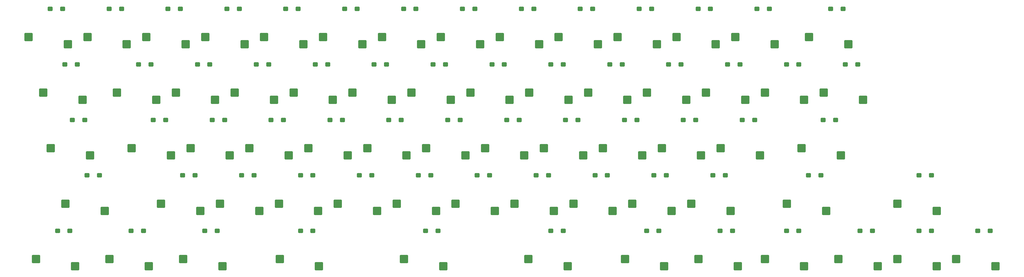
<source format=gbr>
%TF.GenerationSoftware,KiCad,Pcbnew,(7.0.0-0)*%
%TF.CreationDate,2023-02-20T18:35:34-08:00*%
%TF.ProjectId,mt-choc,6d742d63-686f-4632-9e6b-696361645f70,v1.0*%
%TF.SameCoordinates,Original*%
%TF.FileFunction,Paste,Bot*%
%TF.FilePolarity,Positive*%
%FSLAX46Y46*%
G04 Gerber Fmt 4.6, Leading zero omitted, Abs format (unit mm)*
G04 Created by KiCad (PCBNEW (7.0.0-0)) date 2023-02-20 18:35:34*
%MOMM*%
%LPD*%
G01*
G04 APERTURE LIST*
G04 Aperture macros list*
%AMRoundRect*
0 Rectangle with rounded corners*
0 $1 Rounding radius*
0 $2 $3 $4 $5 $6 $7 $8 $9 X,Y pos of 4 corners*
0 Add a 4 corners polygon primitive as box body*
4,1,4,$2,$3,$4,$5,$6,$7,$8,$9,$2,$3,0*
0 Add four circle primitives for the rounded corners*
1,1,$1+$1,$2,$3*
1,1,$1+$1,$4,$5*
1,1,$1+$1,$6,$7*
1,1,$1+$1,$8,$9*
0 Add four rect primitives between the rounded corners*
20,1,$1+$1,$2,$3,$4,$5,0*
20,1,$1+$1,$4,$5,$6,$7,0*
20,1,$1+$1,$6,$7,$8,$9,0*
20,1,$1+$1,$8,$9,$2,$3,0*%
G04 Aperture macros list end*
%ADD10RoundRect,0.350000X-0.450000X-0.350000X0.450000X-0.350000X0.450000X0.350000X-0.450000X0.350000X0*%
%ADD11RoundRect,0.350000X0.450000X0.350000X-0.450000X0.350000X-0.450000X-0.350000X0.450000X-0.350000X0*%
%ADD12RoundRect,0.250000X-1.025000X-1.000000X1.025000X-1.000000X1.025000X1.000000X-1.025000X1.000000X0*%
G04 APERTURE END LIST*
D10*
%TO.C,D25*%
X158900000Y-85041665D03*
D11*
X155100000Y-85041665D03*
%TD*%
D10*
%TO.C,D12*%
X113900000Y-102041657D03*
D11*
X110100000Y-102041657D03*
%TD*%
D10*
%TO.C,D38*%
X217400000Y-136041641D03*
D11*
X213600000Y-136041641D03*
%TD*%
D12*
%TO.C,SW10*%
X83250000Y-161700000D03*
X95250000Y-163900000D03*
%TD*%
D10*
%TO.C,D1*%
X68900000Y-85041665D03*
D11*
X65100000Y-85041665D03*
%TD*%
D12*
%TO.C,SW39*%
X216000000Y-127700000D03*
X228000000Y-129900000D03*
%TD*%
%TO.C,SW33*%
X184500000Y-93700000D03*
X196500000Y-95900000D03*
%TD*%
%TO.C,SW40*%
X225000000Y-144700000D03*
X237000000Y-146900000D03*
%TD*%
D10*
%TO.C,D50*%
X257900000Y-102041657D03*
D11*
X254100000Y-102041657D03*
%TD*%
D10*
%TO.C,D11*%
X104900000Y-85041665D03*
D11*
X101100000Y-85041665D03*
%TD*%
D12*
%TO.C,SW56*%
X306000000Y-161700000D03*
X318000000Y-163900000D03*
%TD*%
%TO.C,SW18*%
X126000000Y-127700000D03*
X138000000Y-129900000D03*
%TD*%
%TO.C,SW44*%
X234000000Y-127700000D03*
X246000000Y-129900000D03*
%TD*%
D10*
%TO.C,D18*%
X136400000Y-119041649D03*
D11*
X132600000Y-119041649D03*
%TD*%
D10*
%TO.C,D9*%
X109400000Y-136041641D03*
D11*
X105600000Y-136041641D03*
%TD*%
D10*
%TO.C,D55*%
X275900000Y-102041657D03*
D11*
X272100000Y-102041657D03*
%TD*%
D10*
%TO.C,D61*%
X305150000Y-119041649D03*
D11*
X301350000Y-119041649D03*
%TD*%
D10*
%TO.C,D63*%
X334400000Y-153041633D03*
D11*
X330600000Y-153041633D03*
%TD*%
D12*
%TO.C,SW36*%
X207000000Y-144700000D03*
X219000000Y-146900000D03*
%TD*%
D10*
%TO.C,D40*%
X221900000Y-102041657D03*
D11*
X218100000Y-102041657D03*
%TD*%
D12*
%TO.C,SW63*%
X301500000Y-110700000D03*
X313500000Y-112900000D03*
%TD*%
%TO.C,SW25*%
X148500000Y-93700000D03*
X160500000Y-95900000D03*
%TD*%
%TO.C,SW16*%
X112500000Y-93700000D03*
X124500000Y-95900000D03*
%TD*%
D10*
%TO.C,D3*%
X75650000Y-119041649D03*
D11*
X71850000Y-119041649D03*
%TD*%
D10*
%TO.C,D14*%
X127400000Y-136041641D03*
D11*
X123600000Y-136041641D03*
%TD*%
D10*
%TO.C,D28*%
X181400000Y-136041641D03*
D11*
X177600000Y-136041641D03*
%TD*%
D10*
%TO.C,D7*%
X95900000Y-102041657D03*
D11*
X92100000Y-102041657D03*
%TD*%
D12*
%TO.C,SW41*%
X240750000Y-161700000D03*
X252750000Y-163900000D03*
%TD*%
D10*
%TO.C,D47*%
X253400000Y-136041641D03*
D11*
X249600000Y-136041641D03*
%TD*%
D10*
%TO.C,D57*%
X300650000Y-136041641D03*
D11*
X296850000Y-136041641D03*
%TD*%
D12*
%TO.C,SW38*%
X211500000Y-110700000D03*
X223500000Y-112900000D03*
%TD*%
%TO.C,SW62*%
X297000000Y-93700000D03*
X309000000Y-95900000D03*
%TD*%
%TO.C,SW26*%
X157500000Y-110700000D03*
X169500000Y-112900000D03*
%TD*%
%TO.C,SW48*%
X247500000Y-110700000D03*
X259500000Y-112900000D03*
%TD*%
D10*
%TO.C,D62*%
X334400000Y-136041641D03*
D11*
X330600000Y-136041641D03*
%TD*%
D10*
%TO.C,D16*%
X122900000Y-85041665D03*
D11*
X119100000Y-85041665D03*
%TD*%
D12*
%TO.C,SW11*%
X94500000Y-93700000D03*
X106500000Y-95900000D03*
%TD*%
D10*
%TO.C,D19*%
X145400000Y-136041641D03*
D11*
X141600000Y-136041641D03*
%TD*%
D10*
%TO.C,D42*%
X235400000Y-136041641D03*
D11*
X231600000Y-136041641D03*
%TD*%
D10*
%TO.C,D24*%
X145400000Y-153041633D03*
D11*
X141600000Y-153041633D03*
%TD*%
D10*
%TO.C,D44*%
X230900000Y-85041665D03*
D11*
X227100000Y-85041665D03*
%TD*%
D12*
%TO.C,SW21*%
X139500000Y-110700000D03*
X151500000Y-112900000D03*
%TD*%
%TO.C,SW54*%
X270000000Y-127700000D03*
X282000000Y-129900000D03*
%TD*%
D10*
%TO.C,D45*%
X239900000Y-102041657D03*
D11*
X236100000Y-102041657D03*
%TD*%
D12*
%TO.C,SW57*%
X274500000Y-93700000D03*
X286500000Y-95900000D03*
%TD*%
D10*
%TO.C,D29*%
X183650000Y-153041633D03*
D11*
X179850000Y-153041633D03*
%TD*%
D10*
%TO.C,D51*%
X262400000Y-119041649D03*
D11*
X258600000Y-119041649D03*
%TD*%
D12*
%TO.C,SW24*%
X135250000Y-161700000D03*
X147250000Y-163900000D03*
X173250000Y-161700000D03*
X185250000Y-163900000D03*
X211250000Y-161700000D03*
X223250000Y-163900000D03*
%TD*%
D10*
%TO.C,D21*%
X149900000Y-102041657D03*
D11*
X146100000Y-102041657D03*
%TD*%
D10*
%TO.C,D58*%
X316400000Y-153041633D03*
D11*
X312600000Y-153041633D03*
%TD*%
D10*
%TO.C,D60*%
X293900000Y-102041657D03*
D11*
X290100000Y-102041657D03*
%TD*%
D12*
%TO.C,SW8*%
X90000000Y-127700000D03*
X102000000Y-129900000D03*
%TD*%
%TO.C,SW3*%
X65250000Y-127700000D03*
X77250000Y-129900000D03*
%TD*%
D10*
%TO.C,D41*%
X226400000Y-119041649D03*
D11*
X222600000Y-119041649D03*
%TD*%
D10*
%TO.C,D31*%
X176900000Y-85041665D03*
D11*
X173100000Y-85041665D03*
%TD*%
D12*
%TO.C,SW35*%
X198000000Y-127700000D03*
X210000000Y-129900000D03*
%TD*%
D10*
%TO.C,D39*%
X212900000Y-85041665D03*
D11*
X209100000Y-85041665D03*
%TD*%
D12*
%TO.C,SW9*%
X99000000Y-144700000D03*
X111000000Y-146900000D03*
%TD*%
D10*
%TO.C,D52*%
X271400000Y-136041641D03*
D11*
X267600000Y-136041641D03*
%TD*%
D12*
%TO.C,SW15*%
X105750000Y-161700000D03*
X117750000Y-163900000D03*
%TD*%
%TO.C,SW4*%
X69750000Y-144700000D03*
X81750000Y-146900000D03*
%TD*%
D10*
%TO.C,D26*%
X167900000Y-102041657D03*
D11*
X164100000Y-102041657D03*
%TD*%
D10*
%TO.C,D10*%
X93650000Y-153041633D03*
D11*
X89850000Y-153041633D03*
%TD*%
D12*
%TO.C,SW49*%
X252000000Y-127700000D03*
X264000000Y-129900000D03*
%TD*%
D10*
%TO.C,D49*%
X248900000Y-85041665D03*
D11*
X245100000Y-85041665D03*
%TD*%
D12*
%TO.C,SW42*%
X220500000Y-93700000D03*
X232500000Y-95900000D03*
%TD*%
D10*
%TO.C,D33*%
X190400000Y-119041649D03*
D11*
X186600000Y-119041649D03*
%TD*%
D12*
%TO.C,SW53*%
X265500000Y-110700000D03*
X277500000Y-112900000D03*
%TD*%
D10*
%TO.C,D30*%
X221900000Y-153041633D03*
D11*
X218100000Y-153041633D03*
%TD*%
D10*
%TO.C,D37*%
X208400000Y-119041649D03*
D11*
X204600000Y-119041649D03*
%TD*%
D12*
%TO.C,SW1*%
X58500000Y-93700000D03*
X70500000Y-95900000D03*
%TD*%
%TO.C,SW43*%
X229500000Y-110700000D03*
X241500000Y-112900000D03*
%TD*%
D10*
%TO.C,D20*%
X140900000Y-85041665D03*
D11*
X137100000Y-85041665D03*
%TD*%
D12*
%TO.C,SW58*%
X283500000Y-110700000D03*
X295500000Y-112900000D03*
%TD*%
D10*
%TO.C,D48*%
X273650000Y-153041633D03*
D11*
X269850000Y-153041633D03*
%TD*%
D10*
%TO.C,D36*%
X203900000Y-102041657D03*
D11*
X200100000Y-102041657D03*
%TD*%
D12*
%TO.C,SW59*%
X294750000Y-127700000D03*
X306750000Y-129900000D03*
%TD*%
%TO.C,SW29*%
X166500000Y-93700000D03*
X178500000Y-95900000D03*
%TD*%
D10*
%TO.C,D6*%
X86900000Y-85041665D03*
D11*
X83100000Y-85041665D03*
%TD*%
D12*
%TO.C,SW7*%
X85500000Y-110700000D03*
X97500000Y-112900000D03*
%TD*%
%TO.C,SW34*%
X193500000Y-110700000D03*
X205500000Y-112900000D03*
%TD*%
%TO.C,SW22*%
X144000000Y-127700000D03*
X156000000Y-129900000D03*
%TD*%
D10*
%TO.C,D43*%
X251150000Y-153041633D03*
D11*
X247350000Y-153041633D03*
%TD*%
D12*
%TO.C,SW6*%
X76500000Y-93700000D03*
X88500000Y-95900000D03*
%TD*%
%TO.C,SW30*%
X175500000Y-110700000D03*
X187500000Y-112900000D03*
%TD*%
%TO.C,SW37*%
X202500000Y-93700000D03*
X214500000Y-95900000D03*
%TD*%
%TO.C,SW61*%
X324000000Y-161700000D03*
X336000000Y-163900000D03*
%TD*%
%TO.C,SW23*%
X153000000Y-144700000D03*
X165000000Y-146900000D03*
%TD*%
%TO.C,SW31*%
X180000000Y-127700000D03*
X192000000Y-129900000D03*
%TD*%
%TO.C,SW46*%
X263250000Y-161700000D03*
X275250000Y-163900000D03*
%TD*%
D10*
%TO.C,D64*%
X307400000Y-85041665D03*
D11*
X303600000Y-85041665D03*
%TD*%
D10*
%TO.C,D66*%
X352400000Y-153041633D03*
D11*
X348600000Y-153041633D03*
%TD*%
D12*
%TO.C,SW14*%
X117000000Y-144700000D03*
X129000000Y-146900000D03*
%TD*%
D10*
%TO.C,D54*%
X266900000Y-85041665D03*
D11*
X263100000Y-85041665D03*
%TD*%
D10*
%TO.C,D46*%
X244400000Y-119041649D03*
D11*
X240600000Y-119041649D03*
%TD*%
D12*
%TO.C,SW50*%
X261000000Y-144700000D03*
X273000000Y-146900000D03*
%TD*%
D10*
%TO.C,D5*%
X71150000Y-153041633D03*
D11*
X67350000Y-153041633D03*
%TD*%
D12*
%TO.C,SW27*%
X162000000Y-127700000D03*
X174000000Y-129900000D03*
%TD*%
%TO.C,SW13*%
X108000000Y-127700000D03*
X120000000Y-129900000D03*
%TD*%
%TO.C,SW17*%
X121500000Y-110700000D03*
X133500000Y-112900000D03*
%TD*%
%TO.C,SW45*%
X243000000Y-144700000D03*
X255000000Y-146900000D03*
%TD*%
D10*
%TO.C,D22*%
X154400000Y-119041649D03*
D11*
X150600000Y-119041649D03*
%TD*%
D10*
%TO.C,D65*%
X311900000Y-102041657D03*
D11*
X308100000Y-102041657D03*
%TD*%
D10*
%TO.C,D4*%
X80150000Y-136041641D03*
D11*
X76350000Y-136041641D03*
%TD*%
D10*
%TO.C,D15*%
X116150000Y-153041633D03*
D11*
X112350000Y-153041633D03*
%TD*%
D12*
%TO.C,SW2*%
X63000000Y-110700000D03*
X75000000Y-112900000D03*
%TD*%
D10*
%TO.C,D2*%
X73400000Y-102041657D03*
D11*
X69600000Y-102041657D03*
%TD*%
D10*
%TO.C,D17*%
X131900000Y-102041657D03*
D11*
X128100000Y-102041657D03*
%TD*%
D12*
%TO.C,SW5*%
X60750000Y-161700000D03*
X72750000Y-163900000D03*
%TD*%
%TO.C,SW64*%
X342000000Y-161700000D03*
X354000000Y-163900000D03*
%TD*%
D10*
%TO.C,D32*%
X185900000Y-102041657D03*
D11*
X182100000Y-102041657D03*
%TD*%
D10*
%TO.C,D53*%
X293900000Y-153041633D03*
D11*
X290100000Y-153041633D03*
%TD*%
D12*
%TO.C,SW12*%
X103500000Y-110700000D03*
X115500000Y-112900000D03*
%TD*%
D10*
%TO.C,D8*%
X100400000Y-119041649D03*
D11*
X96600000Y-119041649D03*
%TD*%
D10*
%TO.C,D35*%
X194900000Y-85041665D03*
D11*
X191100000Y-85041665D03*
%TD*%
D10*
%TO.C,D13*%
X118400000Y-119041649D03*
D11*
X114600000Y-119041649D03*
%TD*%
D12*
%TO.C,SW60*%
X324000000Y-144700000D03*
X336000000Y-146900000D03*
%TD*%
%TO.C,SW32*%
X189000000Y-144700000D03*
X201000000Y-146900000D03*
%TD*%
D10*
%TO.C,D56*%
X280400000Y-119041649D03*
D11*
X276600000Y-119041649D03*
%TD*%
D10*
%TO.C,D23*%
X163400000Y-136041641D03*
D11*
X159600000Y-136041641D03*
%TD*%
D12*
%TO.C,SW55*%
X290250000Y-144700000D03*
X302250000Y-146900000D03*
%TD*%
%TO.C,SW47*%
X238500000Y-93700000D03*
X250500000Y-95900000D03*
%TD*%
D10*
%TO.C,D27*%
X172400000Y-119041649D03*
D11*
X168600000Y-119041649D03*
%TD*%
D12*
%TO.C,SW28*%
X171000000Y-144700000D03*
X183000000Y-146900000D03*
%TD*%
%TO.C,SW20*%
X130500000Y-93700000D03*
X142500000Y-95900000D03*
%TD*%
%TO.C,SW52*%
X256500000Y-93700000D03*
X268500000Y-95900000D03*
%TD*%
D10*
%TO.C,D59*%
X284900000Y-85041665D03*
D11*
X281100000Y-85041665D03*
%TD*%
D12*
%TO.C,SW51*%
X283500000Y-161700000D03*
X295500000Y-163900000D03*
%TD*%
%TO.C,SW19*%
X135000000Y-144700000D03*
X147000000Y-146900000D03*
%TD*%
D10*
%TO.C,D34*%
X199400000Y-136041641D03*
D11*
X195600000Y-136041641D03*
%TD*%
M02*

</source>
